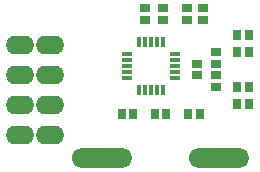
<source format=gts>
G04*
G04 #@! TF.GenerationSoftware,Altium Limited,Altium Designer,22.7.1 (60)*
G04*
G04 Layer_Color=8388736*
%FSLAX44Y44*%
%MOMM*%
G71*
G04*
G04 #@! TF.SameCoordinates,7A3DA631-0345-4E00-B8C7-321365C47752*
G04*
G04*
G04 #@! TF.FilePolarity,Negative*
G04*
G01*
G75*
%ADD17R,0.7500X0.8500*%
%ADD18O,0.9000X0.4000*%
%ADD19O,0.4000X0.9000*%
%ADD20R,0.8500X0.7500*%
%ADD21O,5.1500X1.6500*%
%ADD22O,2.4000X1.6000*%
D17*
X470000Y390000D02*
D03*
Y376000D02*
D03*
X460000Y390000D02*
D03*
Y376000D02*
D03*
X470000Y346000D02*
D03*
X460000D02*
D03*
X470000Y332000D02*
D03*
X460000D02*
D03*
X390000Y323000D02*
D03*
X400000D02*
D03*
X362000D02*
D03*
X372000D02*
D03*
X428000D02*
D03*
X418000D02*
D03*
D18*
X407000Y374000D02*
D03*
X367000Y364000D02*
D03*
X407000D02*
D03*
Y359000D02*
D03*
Y354000D02*
D03*
X367000Y359000D02*
D03*
Y354000D02*
D03*
X407000Y369000D02*
D03*
X367000D02*
D03*
Y374000D02*
D03*
D19*
X387000Y384000D02*
D03*
X382000Y344000D02*
D03*
X397000Y384000D02*
D03*
Y344000D02*
D03*
X392000D02*
D03*
X382000Y384000D02*
D03*
X377000Y344000D02*
D03*
Y384000D02*
D03*
X392000D02*
D03*
X387000Y344000D02*
D03*
D20*
X417000Y403000D02*
D03*
Y413000D02*
D03*
X397000Y403000D02*
D03*
Y413000D02*
D03*
X431000D02*
D03*
Y403000D02*
D03*
X382000Y413000D02*
D03*
Y403000D02*
D03*
X442000Y376000D02*
D03*
Y366000D02*
D03*
Y346000D02*
D03*
Y356000D02*
D03*
X426000Y356000D02*
D03*
Y366000D02*
D03*
D21*
X345470Y286000D02*
D03*
X444530D02*
D03*
D22*
X276300Y382100D02*
D03*
X301700D02*
D03*
Y356700D02*
D03*
X276300D02*
D03*
Y331300D02*
D03*
X301700D02*
D03*
X276300Y305900D02*
D03*
X301700D02*
D03*
M02*

</source>
